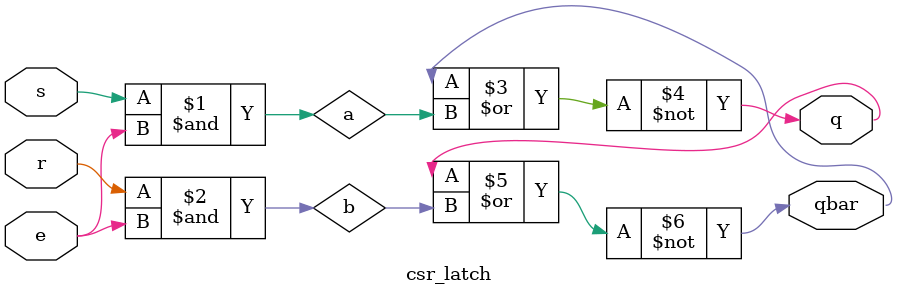
<source format=v>
/*GATE LEVEL MODELLING */
module csr_latch(output q, qbar, input s, r, e); 
wire a, b; 
and and_g1(a, s, e); 
and and_g2(b, r, e); 
nor nor_g1(q, qbar, a); 
nor nor_g2(qbar, q, b); 
endmodule 
/*DATA FLOW MODELLING 
module csr_latch(output q, qbar, input s, r, e); 
assign q = ~(qbar|(s&e)) 
assign qbar = ~(q|(r&e)); 
endmodule 
BEHAVIOURAL MODELLING 
module csr_latch(output q, qbar, input s, r, e); 
always@(s, r, e) begin 
q = ~(qbar|(s&e)); 
qbar = ~(q|(r&e)); 
end 
endmodule */
</source>
